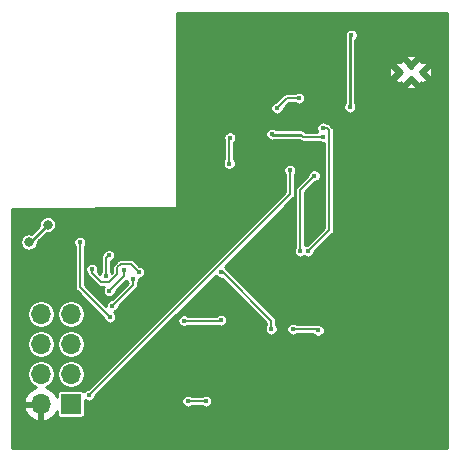
<source format=gbr>
%TF.GenerationSoftware,KiCad,Pcbnew,(5.1.9)-1*%
%TF.CreationDate,2021-02-10T20:47:27+02:00*%
%TF.ProjectId,RVP_saatja,5256505f-7361-4617-946a-612e6b696361,rev?*%
%TF.SameCoordinates,Original*%
%TF.FileFunction,Copper,L2,Bot*%
%TF.FilePolarity,Positive*%
%FSLAX46Y46*%
G04 Gerber Fmt 4.6, Leading zero omitted, Abs format (unit mm)*
G04 Created by KiCad (PCBNEW (5.1.9)-1) date 2021-02-10 20:47:27*
%MOMM*%
%LPD*%
G01*
G04 APERTURE LIST*
%TA.AperFunction,ComponentPad*%
%ADD10O,1.700000X1.700000*%
%TD*%
%TA.AperFunction,ComponentPad*%
%ADD11R,1.700000X1.700000*%
%TD*%
%TA.AperFunction,ComponentPad*%
%ADD12C,0.500000*%
%TD*%
%TA.AperFunction,ViaPad*%
%ADD13C,0.450000*%
%TD*%
%TA.AperFunction,ViaPad*%
%ADD14C,0.800000*%
%TD*%
%TA.AperFunction,Conductor*%
%ADD15C,0.200000*%
%TD*%
%TA.AperFunction,Conductor*%
%ADD16C,0.250000*%
%TD*%
%TA.AperFunction,Conductor*%
%ADD17C,0.254000*%
%TD*%
%TA.AperFunction,Conductor*%
%ADD18C,0.100000*%
%TD*%
G04 APERTURE END LIST*
D10*
%TO.P,J2,8*%
%TO.N,Net-(J2-Pad8)*%
X120904000Y-83058000D03*
%TO.P,J2,7*%
%TO.N,MOSI*%
X123444000Y-83058000D03*
%TO.P,J2,6*%
%TO.N,PROG_RESET*%
X120904000Y-85598000D03*
%TO.P,J2,5*%
%TO.N,MISO*%
X123444000Y-85598000D03*
%TO.P,J2,4*%
%TO.N,PROG_RESET*%
X120904000Y-88138000D03*
%TO.P,J2,3*%
%TO.N,SCK*%
X123444000Y-88138000D03*
%TO.P,J2,2*%
%TO.N,GND*%
X120904000Y-90678000D03*
D11*
%TO.P,J2,1*%
%TO.N,VCC_FTDI*%
X123444000Y-90678000D03*
%TD*%
D12*
%TO.P,U1,11*%
%TO.N,GND*%
X153162000Y-62574000D03*
X152212000Y-63149000D03*
X152212000Y-61999000D03*
X151262000Y-62574000D03*
%TD*%
D13*
%TO.N,GND*%
X139282000Y-61270000D03*
X141478000Y-66548000D03*
X141986000Y-67056000D03*
X140716000Y-66802000D03*
X149606000Y-77724000D03*
X150606000Y-77724000D03*
X151606000Y-77724000D03*
X152606000Y-77724000D03*
X153606000Y-77724000D03*
X149606000Y-78724000D03*
X150606000Y-78724000D03*
X151606000Y-78724000D03*
X152606000Y-78724000D03*
X153606000Y-78724000D03*
X149606000Y-79724000D03*
X150606000Y-79724000D03*
X151606000Y-79724000D03*
X152606000Y-79724000D03*
X153606000Y-79724000D03*
X149606000Y-80724000D03*
X150606000Y-80724000D03*
X151606000Y-80724000D03*
X152606000Y-80724000D03*
X153606000Y-80724000D03*
X149606000Y-81724000D03*
X150606000Y-81724000D03*
X151606000Y-81724000D03*
X152606000Y-81724000D03*
X153606000Y-81724000D03*
X149860000Y-93154000D03*
X150860000Y-93154000D03*
X151860000Y-93154000D03*
X152860000Y-91154000D03*
X152860000Y-89154000D03*
X153860000Y-89154000D03*
X153860000Y-91154000D03*
X149860000Y-92154000D03*
X149860000Y-90154000D03*
X153860000Y-92154000D03*
X153860000Y-90154000D03*
X151860000Y-91154000D03*
X151860000Y-92154000D03*
X152860000Y-93154000D03*
X153860000Y-93154000D03*
X149860000Y-89154000D03*
X151860000Y-89154000D03*
X150860000Y-90154000D03*
X150860000Y-89154000D03*
X151860000Y-90154000D03*
X152860000Y-90154000D03*
X149860000Y-91154000D03*
X150860000Y-91154000D03*
X150860000Y-92154000D03*
X152860000Y-92154000D03*
X130492000Y-90916000D03*
X127492000Y-89916000D03*
X130492000Y-93916000D03*
X126492000Y-92916000D03*
X126492000Y-91916000D03*
X128492000Y-92916000D03*
X129492000Y-93916000D03*
X129492000Y-90916000D03*
X128492000Y-91916000D03*
X127492000Y-91916000D03*
X127492000Y-93916000D03*
X129492000Y-91916000D03*
X130492000Y-89916000D03*
X130492000Y-92916000D03*
X128492000Y-89916000D03*
X129492000Y-89916000D03*
X126492000Y-90916000D03*
X127492000Y-90916000D03*
X126492000Y-93916000D03*
X128492000Y-93916000D03*
X129492000Y-92916000D03*
X130492000Y-91916000D03*
X126492000Y-89916000D03*
X128492000Y-90916000D03*
X127492000Y-92916000D03*
X134302000Y-75946000D03*
X134302000Y-74946000D03*
X134302000Y-73946000D03*
X133302000Y-75946000D03*
X133302000Y-71946000D03*
X133302000Y-73946000D03*
X134302000Y-72946000D03*
X134302000Y-71946000D03*
X133302000Y-74946000D03*
X133302000Y-72946000D03*
X143764000Y-61706000D03*
X143764000Y-60706000D03*
X144764000Y-61706000D03*
X144764000Y-60706000D03*
X134604000Y-61452000D03*
X133604000Y-61452000D03*
X133604000Y-60452000D03*
X134604000Y-60452000D03*
%TO.N,MISO*%
X126943575Y-82352425D03*
X128669475Y-80118525D03*
%TO.N,MOSI*%
X126676550Y-81095450D03*
X127907475Y-79356525D03*
%TO.N,SCK*%
X126409525Y-79838475D03*
X126637475Y-78086525D03*
%TO.N,CE*%
X126746000Y-83312000D03*
X124206000Y-76962000D03*
%TO.N,Net-(C7-Pad1)*%
X140889519Y-65612481D03*
X142748000Y-64770000D03*
%TO.N,VCC_FTDI*%
X144773406Y-68042459D03*
X124968000Y-89916000D03*
X141986000Y-70866000D03*
X147066000Y-65532000D03*
X147190000Y-59436000D03*
X140462000Y-67818000D03*
%TO.N,RX*%
X144771701Y-67301701D03*
X143510000Y-77724000D03*
%TO.N,TX*%
X144054482Y-71337518D03*
X142859997Y-77724000D03*
%TO.N,Net-(FB1-Pad2)*%
X136847107Y-70319001D03*
X136906000Y-68118000D03*
%TO.N,VCC*%
X142240000Y-84328000D03*
X144386000Y-84444000D03*
X125222000Y-79248000D03*
X129194475Y-79502000D03*
X134874000Y-90424000D03*
X133350000Y-90424000D03*
D14*
X119888000Y-76962000D03*
X121474000Y-75486000D03*
D13*
X140402000Y-84328000D03*
X136144000Y-79502000D03*
%TO.N,Net-(C15-Pad2)*%
X133008501Y-83619238D03*
X136144000Y-83566000D03*
%TD*%
D15*
%TO.N,MISO*%
X128669475Y-80626525D02*
X128669475Y-80118525D01*
X126943575Y-82352425D02*
X128669475Y-80626525D01*
%TO.N,MOSI*%
X127907475Y-79864525D02*
X127907475Y-79356525D01*
X126676550Y-81095450D02*
X127907475Y-79864525D01*
%TO.N,SCK*%
X126409525Y-78314475D02*
X126637475Y-78086525D01*
X126409525Y-79838475D02*
X126409525Y-78314475D01*
%TO.N,CE*%
X124206000Y-80772000D02*
X124206000Y-76962000D01*
X126746000Y-83312000D02*
X124206000Y-80772000D01*
%TO.N,Net-(C7-Pad1)*%
X141732000Y-64770000D02*
X142748000Y-64770000D01*
X140889519Y-65612481D02*
X141732000Y-64770000D01*
%TO.N,VCC_FTDI*%
X143094662Y-68042459D02*
X142921201Y-67868998D01*
X141986000Y-72898000D02*
X141986000Y-70866000D01*
X124968000Y-89916000D02*
X141986000Y-72898000D01*
D16*
X147066000Y-59560000D02*
X147190000Y-59436000D01*
X147066000Y-65532000D02*
X147066000Y-59560000D01*
D15*
X144773406Y-68042459D02*
X143285541Y-68042459D01*
X143285541Y-68042459D02*
X143094662Y-68042459D01*
D16*
X140512998Y-67868998D02*
X140462000Y-67818000D01*
X142921201Y-67868998D02*
X140512998Y-67868998D01*
D15*
%TO.N,RX*%
X145298407Y-75935593D02*
X143510000Y-77724000D01*
X145298407Y-67510209D02*
X145298407Y-75935593D01*
X145089899Y-67301701D02*
X145298407Y-67510209D01*
X144771701Y-67301701D02*
X145089899Y-67301701D01*
%TO.N,TX*%
X142859997Y-72532003D02*
X142859997Y-77724000D01*
X144054482Y-71337518D02*
X142859997Y-72532003D01*
%TO.N,Net-(FB1-Pad2)*%
X136847107Y-68176893D02*
X136906000Y-68118000D01*
X136847107Y-70319001D02*
X136847107Y-68176893D01*
%TO.N,VCC*%
X144270000Y-84328000D02*
X144386000Y-84444000D01*
X142240000Y-84328000D02*
X144270000Y-84328000D01*
X128523999Y-78831524D02*
X129194475Y-79502000D01*
X127655474Y-78831524D02*
X128523999Y-78831524D01*
X127382474Y-79642528D02*
X127382474Y-79104524D01*
X126661526Y-80363476D02*
X127382474Y-79642528D01*
X126019278Y-80363476D02*
X126661526Y-80363476D01*
X127382474Y-79104524D02*
X127655474Y-78831524D01*
X125222000Y-79566198D02*
X126019278Y-80363476D01*
X125222000Y-79248000D02*
X125222000Y-79566198D01*
X134874000Y-90424000D02*
X133350000Y-90424000D01*
D16*
X119998000Y-76962000D02*
X121474000Y-75486000D01*
X119888000Y-76962000D02*
X119998000Y-76962000D01*
D15*
X140402000Y-84328000D02*
X140402000Y-83626000D01*
X136278000Y-79502000D02*
X136144000Y-79502000D01*
X140402000Y-83626000D02*
X136278000Y-79502000D01*
%TO.N,Net-(C15-Pad2)*%
X136090762Y-83619238D02*
X136144000Y-83566000D01*
X133008501Y-83619238D02*
X136090762Y-83619238D01*
%TD*%
D17*
%TO.N,GND*%
X155321000Y-94361000D02*
X118491000Y-94361000D01*
X118491000Y-91034890D01*
X119462524Y-91034890D01*
X119507175Y-91182099D01*
X119632359Y-91444920D01*
X119806412Y-91678269D01*
X120022645Y-91873178D01*
X120272748Y-92022157D01*
X120547109Y-92119481D01*
X120777000Y-91998814D01*
X120777000Y-90805000D01*
X119583845Y-90805000D01*
X119462524Y-91034890D01*
X118491000Y-91034890D01*
X118491000Y-90321110D01*
X119462524Y-90321110D01*
X119583845Y-90551000D01*
X120777000Y-90551000D01*
X120777000Y-90531000D01*
X121031000Y-90531000D01*
X121031000Y-90551000D01*
X121051000Y-90551000D01*
X121051000Y-90805000D01*
X121031000Y-90805000D01*
X121031000Y-91998814D01*
X121260891Y-92119481D01*
X121535252Y-92022157D01*
X121785355Y-91873178D01*
X122001588Y-91678269D01*
X122175641Y-91444920D01*
X122265418Y-91256435D01*
X122265418Y-91528000D01*
X122271732Y-91592103D01*
X122290430Y-91653743D01*
X122320794Y-91710550D01*
X122361657Y-91760343D01*
X122411450Y-91801206D01*
X122468257Y-91831570D01*
X122529897Y-91850268D01*
X122594000Y-91856582D01*
X124294000Y-91856582D01*
X124358103Y-91850268D01*
X124419743Y-91831570D01*
X124476550Y-91801206D01*
X124526343Y-91760343D01*
X124567206Y-91710550D01*
X124597570Y-91653743D01*
X124616268Y-91592103D01*
X124622582Y-91528000D01*
X124622582Y-90349084D01*
X124706530Y-90405176D01*
X124806988Y-90446787D01*
X124913633Y-90468000D01*
X125022367Y-90468000D01*
X125129012Y-90446787D01*
X125229470Y-90405176D01*
X125282663Y-90369633D01*
X132798000Y-90369633D01*
X132798000Y-90478367D01*
X132819213Y-90585012D01*
X132860824Y-90685470D01*
X132921234Y-90775880D01*
X132998120Y-90852766D01*
X133088530Y-90913176D01*
X133188988Y-90954787D01*
X133295633Y-90976000D01*
X133404367Y-90976000D01*
X133511012Y-90954787D01*
X133611470Y-90913176D01*
X133701880Y-90852766D01*
X133703646Y-90851000D01*
X134520354Y-90851000D01*
X134522120Y-90852766D01*
X134612530Y-90913176D01*
X134712988Y-90954787D01*
X134819633Y-90976000D01*
X134928367Y-90976000D01*
X135035012Y-90954787D01*
X135135470Y-90913176D01*
X135225880Y-90852766D01*
X135302766Y-90775880D01*
X135363176Y-90685470D01*
X135404787Y-90585012D01*
X135426000Y-90478367D01*
X135426000Y-90369633D01*
X135404787Y-90262988D01*
X135363176Y-90162530D01*
X135302766Y-90072120D01*
X135225880Y-89995234D01*
X135135470Y-89934824D01*
X135035012Y-89893213D01*
X134928367Y-89872000D01*
X134819633Y-89872000D01*
X134712988Y-89893213D01*
X134612530Y-89934824D01*
X134522120Y-89995234D01*
X134520354Y-89997000D01*
X133703646Y-89997000D01*
X133701880Y-89995234D01*
X133611470Y-89934824D01*
X133511012Y-89893213D01*
X133404367Y-89872000D01*
X133295633Y-89872000D01*
X133188988Y-89893213D01*
X133088530Y-89934824D01*
X132998120Y-89995234D01*
X132921234Y-90072120D01*
X132860824Y-90162530D01*
X132819213Y-90262988D01*
X132798000Y-90369633D01*
X125282663Y-90369633D01*
X125319880Y-90344766D01*
X125396766Y-90267880D01*
X125457176Y-90177470D01*
X125498787Y-90077012D01*
X125520000Y-89970367D01*
X125520000Y-89967868D01*
X131922997Y-83564871D01*
X132456501Y-83564871D01*
X132456501Y-83673605D01*
X132477714Y-83780250D01*
X132519325Y-83880708D01*
X132579735Y-83971118D01*
X132656621Y-84048004D01*
X132747031Y-84108414D01*
X132847489Y-84150025D01*
X132954134Y-84171238D01*
X133062868Y-84171238D01*
X133169513Y-84150025D01*
X133269971Y-84108414D01*
X133360381Y-84048004D01*
X133362147Y-84046238D01*
X135869153Y-84046238D01*
X135882530Y-84055176D01*
X135982988Y-84096787D01*
X136089633Y-84118000D01*
X136198367Y-84118000D01*
X136305012Y-84096787D01*
X136405470Y-84055176D01*
X136495880Y-83994766D01*
X136572766Y-83917880D01*
X136633176Y-83827470D01*
X136674787Y-83727012D01*
X136696000Y-83620367D01*
X136696000Y-83511633D01*
X136674787Y-83404988D01*
X136633176Y-83304530D01*
X136572766Y-83214120D01*
X136495880Y-83137234D01*
X136405470Y-83076824D01*
X136305012Y-83035213D01*
X136198367Y-83014000D01*
X136089633Y-83014000D01*
X135982988Y-83035213D01*
X135882530Y-83076824D01*
X135792120Y-83137234D01*
X135737116Y-83192238D01*
X133362147Y-83192238D01*
X133360381Y-83190472D01*
X133269971Y-83130062D01*
X133169513Y-83088451D01*
X133062868Y-83067238D01*
X132954134Y-83067238D01*
X132847489Y-83088451D01*
X132747031Y-83130062D01*
X132656621Y-83190472D01*
X132579735Y-83267358D01*
X132519325Y-83357768D01*
X132477714Y-83458226D01*
X132456501Y-83564871D01*
X131922997Y-83564871D01*
X135682692Y-79805177D01*
X135715234Y-79853880D01*
X135792120Y-79930766D01*
X135882530Y-79991176D01*
X135982988Y-80032787D01*
X136089633Y-80054000D01*
X136198367Y-80054000D01*
X136221525Y-80049394D01*
X139975001Y-83802870D01*
X139975001Y-83974353D01*
X139973234Y-83976120D01*
X139912824Y-84066530D01*
X139871213Y-84166988D01*
X139850000Y-84273633D01*
X139850000Y-84382367D01*
X139871213Y-84489012D01*
X139912824Y-84589470D01*
X139973234Y-84679880D01*
X140050120Y-84756766D01*
X140140530Y-84817176D01*
X140240988Y-84858787D01*
X140347633Y-84880000D01*
X140456367Y-84880000D01*
X140563012Y-84858787D01*
X140663470Y-84817176D01*
X140753880Y-84756766D01*
X140830766Y-84679880D01*
X140891176Y-84589470D01*
X140932787Y-84489012D01*
X140954000Y-84382367D01*
X140954000Y-84273633D01*
X141688000Y-84273633D01*
X141688000Y-84382367D01*
X141709213Y-84489012D01*
X141750824Y-84589470D01*
X141811234Y-84679880D01*
X141888120Y-84756766D01*
X141978530Y-84817176D01*
X142078988Y-84858787D01*
X142185633Y-84880000D01*
X142294367Y-84880000D01*
X142401012Y-84858787D01*
X142501470Y-84817176D01*
X142591880Y-84756766D01*
X142593646Y-84755000D01*
X143929919Y-84755000D01*
X143957234Y-84795880D01*
X144034120Y-84872766D01*
X144124530Y-84933176D01*
X144224988Y-84974787D01*
X144331633Y-84996000D01*
X144440367Y-84996000D01*
X144547012Y-84974787D01*
X144647470Y-84933176D01*
X144737880Y-84872766D01*
X144814766Y-84795880D01*
X144875176Y-84705470D01*
X144916787Y-84605012D01*
X144938000Y-84498367D01*
X144938000Y-84389633D01*
X144916787Y-84282988D01*
X144875176Y-84182530D01*
X144814766Y-84092120D01*
X144737880Y-84015234D01*
X144647470Y-83954824D01*
X144547012Y-83913213D01*
X144440367Y-83892000D01*
X144331633Y-83892000D01*
X144287904Y-83900698D01*
X144270000Y-83898935D01*
X144249033Y-83901000D01*
X142593646Y-83901000D01*
X142591880Y-83899234D01*
X142501470Y-83838824D01*
X142401012Y-83797213D01*
X142294367Y-83776000D01*
X142185633Y-83776000D01*
X142078988Y-83797213D01*
X141978530Y-83838824D01*
X141888120Y-83899234D01*
X141811234Y-83976120D01*
X141750824Y-84066530D01*
X141709213Y-84166988D01*
X141688000Y-84273633D01*
X140954000Y-84273633D01*
X140932787Y-84166988D01*
X140891176Y-84066530D01*
X140830766Y-83976120D01*
X140829000Y-83974354D01*
X140829000Y-83646967D01*
X140831065Y-83626000D01*
X140829000Y-83605033D01*
X140829000Y-83605022D01*
X140822822Y-83542293D01*
X140798405Y-83461804D01*
X140789176Y-83444538D01*
X140758756Y-83387623D01*
X140718768Y-83338899D01*
X140718764Y-83338895D01*
X140705395Y-83322605D01*
X140689105Y-83309236D01*
X136642211Y-79262343D01*
X136633176Y-79240530D01*
X136572766Y-79150120D01*
X136495880Y-79073234D01*
X136447177Y-79040692D01*
X142273107Y-73214762D01*
X142289395Y-73201395D01*
X142302764Y-73185105D01*
X142302767Y-73185102D01*
X142342755Y-73136377D01*
X142382404Y-73062197D01*
X142382405Y-73062196D01*
X142406822Y-72981707D01*
X142413000Y-72918978D01*
X142413000Y-72918966D01*
X142415065Y-72898001D01*
X142413000Y-72877036D01*
X142413000Y-71219646D01*
X142414766Y-71217880D01*
X142475176Y-71127470D01*
X142516787Y-71027012D01*
X142538000Y-70920367D01*
X142538000Y-70811633D01*
X142516787Y-70704988D01*
X142475176Y-70604530D01*
X142414766Y-70514120D01*
X142337880Y-70437234D01*
X142247470Y-70376824D01*
X142147012Y-70335213D01*
X142040367Y-70314000D01*
X141931633Y-70314000D01*
X141824988Y-70335213D01*
X141724530Y-70376824D01*
X141634120Y-70437234D01*
X141557234Y-70514120D01*
X141496824Y-70604530D01*
X141455213Y-70704988D01*
X141434000Y-70811633D01*
X141434000Y-70920367D01*
X141455213Y-71027012D01*
X141496824Y-71127470D01*
X141557234Y-71217880D01*
X141559001Y-71219647D01*
X141559000Y-72721131D01*
X124916132Y-89364000D01*
X124913633Y-89364000D01*
X124806988Y-89385213D01*
X124706530Y-89426824D01*
X124616120Y-89487234D01*
X124539234Y-89564120D01*
X124521059Y-89591321D01*
X124476550Y-89554794D01*
X124419743Y-89524430D01*
X124358103Y-89505732D01*
X124294000Y-89499418D01*
X122594000Y-89499418D01*
X122529897Y-89505732D01*
X122468257Y-89524430D01*
X122411450Y-89554794D01*
X122361657Y-89595657D01*
X122320794Y-89645450D01*
X122290430Y-89702257D01*
X122271732Y-89763897D01*
X122265418Y-89828000D01*
X122265418Y-90099565D01*
X122175641Y-89911080D01*
X122001588Y-89677731D01*
X121785355Y-89482822D01*
X121535252Y-89333843D01*
X121296821Y-89249264D01*
X121461519Y-89181044D01*
X121654294Y-89052236D01*
X121818236Y-88888294D01*
X121947044Y-88695519D01*
X122035769Y-88481318D01*
X122081000Y-88253924D01*
X122081000Y-88022076D01*
X122267000Y-88022076D01*
X122267000Y-88253924D01*
X122312231Y-88481318D01*
X122400956Y-88695519D01*
X122529764Y-88888294D01*
X122693706Y-89052236D01*
X122886481Y-89181044D01*
X123100682Y-89269769D01*
X123328076Y-89315000D01*
X123559924Y-89315000D01*
X123787318Y-89269769D01*
X124001519Y-89181044D01*
X124194294Y-89052236D01*
X124358236Y-88888294D01*
X124487044Y-88695519D01*
X124575769Y-88481318D01*
X124621000Y-88253924D01*
X124621000Y-88022076D01*
X124575769Y-87794682D01*
X124487044Y-87580481D01*
X124358236Y-87387706D01*
X124194294Y-87223764D01*
X124001519Y-87094956D01*
X123787318Y-87006231D01*
X123559924Y-86961000D01*
X123328076Y-86961000D01*
X123100682Y-87006231D01*
X122886481Y-87094956D01*
X122693706Y-87223764D01*
X122529764Y-87387706D01*
X122400956Y-87580481D01*
X122312231Y-87794682D01*
X122267000Y-88022076D01*
X122081000Y-88022076D01*
X122035769Y-87794682D01*
X121947044Y-87580481D01*
X121818236Y-87387706D01*
X121654294Y-87223764D01*
X121461519Y-87094956D01*
X121247318Y-87006231D01*
X121019924Y-86961000D01*
X120788076Y-86961000D01*
X120560682Y-87006231D01*
X120346481Y-87094956D01*
X120153706Y-87223764D01*
X119989764Y-87387706D01*
X119860956Y-87580481D01*
X119772231Y-87794682D01*
X119727000Y-88022076D01*
X119727000Y-88253924D01*
X119772231Y-88481318D01*
X119860956Y-88695519D01*
X119989764Y-88888294D01*
X120153706Y-89052236D01*
X120346481Y-89181044D01*
X120511179Y-89249264D01*
X120272748Y-89333843D01*
X120022645Y-89482822D01*
X119806412Y-89677731D01*
X119632359Y-89911080D01*
X119507175Y-90173901D01*
X119462524Y-90321110D01*
X118491000Y-90321110D01*
X118491000Y-85482076D01*
X119727000Y-85482076D01*
X119727000Y-85713924D01*
X119772231Y-85941318D01*
X119860956Y-86155519D01*
X119989764Y-86348294D01*
X120153706Y-86512236D01*
X120346481Y-86641044D01*
X120560682Y-86729769D01*
X120788076Y-86775000D01*
X121019924Y-86775000D01*
X121247318Y-86729769D01*
X121461519Y-86641044D01*
X121654294Y-86512236D01*
X121818236Y-86348294D01*
X121947044Y-86155519D01*
X122035769Y-85941318D01*
X122081000Y-85713924D01*
X122081000Y-85482076D01*
X122267000Y-85482076D01*
X122267000Y-85713924D01*
X122312231Y-85941318D01*
X122400956Y-86155519D01*
X122529764Y-86348294D01*
X122693706Y-86512236D01*
X122886481Y-86641044D01*
X123100682Y-86729769D01*
X123328076Y-86775000D01*
X123559924Y-86775000D01*
X123787318Y-86729769D01*
X124001519Y-86641044D01*
X124194294Y-86512236D01*
X124358236Y-86348294D01*
X124487044Y-86155519D01*
X124575769Y-85941318D01*
X124621000Y-85713924D01*
X124621000Y-85482076D01*
X124575769Y-85254682D01*
X124487044Y-85040481D01*
X124358236Y-84847706D01*
X124194294Y-84683764D01*
X124001519Y-84554956D01*
X123787318Y-84466231D01*
X123559924Y-84421000D01*
X123328076Y-84421000D01*
X123100682Y-84466231D01*
X122886481Y-84554956D01*
X122693706Y-84683764D01*
X122529764Y-84847706D01*
X122400956Y-85040481D01*
X122312231Y-85254682D01*
X122267000Y-85482076D01*
X122081000Y-85482076D01*
X122035769Y-85254682D01*
X121947044Y-85040481D01*
X121818236Y-84847706D01*
X121654294Y-84683764D01*
X121461519Y-84554956D01*
X121247318Y-84466231D01*
X121019924Y-84421000D01*
X120788076Y-84421000D01*
X120560682Y-84466231D01*
X120346481Y-84554956D01*
X120153706Y-84683764D01*
X119989764Y-84847706D01*
X119860956Y-85040481D01*
X119772231Y-85254682D01*
X119727000Y-85482076D01*
X118491000Y-85482076D01*
X118491000Y-82942076D01*
X119727000Y-82942076D01*
X119727000Y-83173924D01*
X119772231Y-83401318D01*
X119860956Y-83615519D01*
X119989764Y-83808294D01*
X120153706Y-83972236D01*
X120346481Y-84101044D01*
X120560682Y-84189769D01*
X120788076Y-84235000D01*
X121019924Y-84235000D01*
X121247318Y-84189769D01*
X121461519Y-84101044D01*
X121654294Y-83972236D01*
X121818236Y-83808294D01*
X121947044Y-83615519D01*
X122035769Y-83401318D01*
X122081000Y-83173924D01*
X122081000Y-82942076D01*
X122267000Y-82942076D01*
X122267000Y-83173924D01*
X122312231Y-83401318D01*
X122400956Y-83615519D01*
X122529764Y-83808294D01*
X122693706Y-83972236D01*
X122886481Y-84101044D01*
X123100682Y-84189769D01*
X123328076Y-84235000D01*
X123559924Y-84235000D01*
X123787318Y-84189769D01*
X124001519Y-84101044D01*
X124194294Y-83972236D01*
X124358236Y-83808294D01*
X124487044Y-83615519D01*
X124575769Y-83401318D01*
X124621000Y-83173924D01*
X124621000Y-82942076D01*
X124575769Y-82714682D01*
X124487044Y-82500481D01*
X124358236Y-82307706D01*
X124194294Y-82143764D01*
X124001519Y-82014956D01*
X123787318Y-81926231D01*
X123559924Y-81881000D01*
X123328076Y-81881000D01*
X123100682Y-81926231D01*
X122886481Y-82014956D01*
X122693706Y-82143764D01*
X122529764Y-82307706D01*
X122400956Y-82500481D01*
X122312231Y-82714682D01*
X122267000Y-82942076D01*
X122081000Y-82942076D01*
X122035769Y-82714682D01*
X121947044Y-82500481D01*
X121818236Y-82307706D01*
X121654294Y-82143764D01*
X121461519Y-82014956D01*
X121247318Y-81926231D01*
X121019924Y-81881000D01*
X120788076Y-81881000D01*
X120560682Y-81926231D01*
X120346481Y-82014956D01*
X120153706Y-82143764D01*
X119989764Y-82307706D01*
X119860956Y-82500481D01*
X119772231Y-82714682D01*
X119727000Y-82942076D01*
X118491000Y-82942076D01*
X118491000Y-76890397D01*
X119161000Y-76890397D01*
X119161000Y-77033603D01*
X119188938Y-77174058D01*
X119243741Y-77306364D01*
X119323302Y-77425436D01*
X119424564Y-77526698D01*
X119543636Y-77606259D01*
X119675942Y-77661062D01*
X119816397Y-77689000D01*
X119959603Y-77689000D01*
X120100058Y-77661062D01*
X120232364Y-77606259D01*
X120351436Y-77526698D01*
X120452698Y-77425436D01*
X120532259Y-77306364D01*
X120587062Y-77174058D01*
X120615000Y-77033603D01*
X120615000Y-76984223D01*
X120691590Y-76907633D01*
X123654000Y-76907633D01*
X123654000Y-77016367D01*
X123675213Y-77123012D01*
X123716824Y-77223470D01*
X123777234Y-77313880D01*
X123779001Y-77315647D01*
X123779000Y-80751033D01*
X123776935Y-80772000D01*
X123779000Y-80792967D01*
X123779000Y-80792977D01*
X123785178Y-80855706D01*
X123809595Y-80936195D01*
X123809596Y-80936196D01*
X123849245Y-81010376D01*
X123874446Y-81041083D01*
X123902605Y-81075395D01*
X123918900Y-81088768D01*
X126194000Y-83363869D01*
X126194000Y-83366367D01*
X126215213Y-83473012D01*
X126256824Y-83573470D01*
X126317234Y-83663880D01*
X126394120Y-83740766D01*
X126484530Y-83801176D01*
X126584988Y-83842787D01*
X126691633Y-83864000D01*
X126800367Y-83864000D01*
X126907012Y-83842787D01*
X127007470Y-83801176D01*
X127097880Y-83740766D01*
X127174766Y-83663880D01*
X127235176Y-83573470D01*
X127276787Y-83473012D01*
X127298000Y-83366367D01*
X127298000Y-83257633D01*
X127276787Y-83150988D01*
X127235176Y-83050530D01*
X127174766Y-82960120D01*
X127098974Y-82884328D01*
X127104587Y-82883212D01*
X127205045Y-82841601D01*
X127295455Y-82781191D01*
X127372341Y-82704305D01*
X127432751Y-82613895D01*
X127474362Y-82513437D01*
X127495575Y-82406792D01*
X127495575Y-82404293D01*
X128956587Y-80943283D01*
X128972870Y-80929920D01*
X128986234Y-80913636D01*
X128986243Y-80913627D01*
X129026230Y-80864902D01*
X129056457Y-80808350D01*
X129065880Y-80790721D01*
X129090297Y-80710232D01*
X129096475Y-80647503D01*
X129096475Y-80647493D01*
X129098540Y-80626526D01*
X129096475Y-80605559D01*
X129096475Y-80472171D01*
X129098241Y-80470405D01*
X129158651Y-80379995D01*
X129200262Y-80279537D01*
X129221475Y-80172892D01*
X129221475Y-80064158D01*
X129219454Y-80054000D01*
X129248842Y-80054000D01*
X129355487Y-80032787D01*
X129455945Y-79991176D01*
X129546355Y-79930766D01*
X129623241Y-79853880D01*
X129683651Y-79763470D01*
X129725262Y-79663012D01*
X129746475Y-79556367D01*
X129746475Y-79447633D01*
X129725262Y-79340988D01*
X129683651Y-79240530D01*
X129623241Y-79150120D01*
X129546355Y-79073234D01*
X129455945Y-79012824D01*
X129355487Y-78971213D01*
X129248842Y-78950000D01*
X129246344Y-78950000D01*
X128840767Y-78544424D01*
X128827394Y-78528129D01*
X128762375Y-78474769D01*
X128688195Y-78435119D01*
X128607706Y-78410702D01*
X128544977Y-78404524D01*
X128544966Y-78404524D01*
X128523999Y-78402459D01*
X128503032Y-78404524D01*
X127676438Y-78404524D01*
X127655473Y-78402459D01*
X127634508Y-78404524D01*
X127634496Y-78404524D01*
X127571767Y-78410702D01*
X127491278Y-78435119D01*
X127456747Y-78453576D01*
X127417097Y-78474769D01*
X127368373Y-78514756D01*
X127368369Y-78514760D01*
X127352079Y-78528129D01*
X127338710Y-78544419D01*
X127095369Y-78787761D01*
X127079080Y-78801129D01*
X127065711Y-78817419D01*
X127065706Y-78817424D01*
X127025719Y-78866148D01*
X126992788Y-78927759D01*
X126986070Y-78940328D01*
X126965049Y-79009624D01*
X126961653Y-79020818D01*
X126953409Y-79104524D01*
X126955475Y-79125501D01*
X126955474Y-79465659D01*
X126876842Y-79544291D01*
X126838291Y-79486595D01*
X126836525Y-79484829D01*
X126836525Y-78601556D01*
X126898945Y-78575701D01*
X126989355Y-78515291D01*
X127066241Y-78438405D01*
X127126651Y-78347995D01*
X127168262Y-78247537D01*
X127189475Y-78140892D01*
X127189475Y-78032158D01*
X127168262Y-77925513D01*
X127126651Y-77825055D01*
X127066241Y-77734645D01*
X126989355Y-77657759D01*
X126898945Y-77597349D01*
X126798487Y-77555738D01*
X126691842Y-77534525D01*
X126583108Y-77534525D01*
X126476463Y-77555738D01*
X126376005Y-77597349D01*
X126285595Y-77657759D01*
X126208709Y-77734645D01*
X126148299Y-77825055D01*
X126106688Y-77925513D01*
X126085475Y-78032158D01*
X126085475Y-78036248D01*
X126052770Y-78076099D01*
X126029089Y-78120405D01*
X126013121Y-78150279D01*
X125988704Y-78230768D01*
X125984249Y-78276000D01*
X125980460Y-78314475D01*
X125982526Y-78335452D01*
X125982525Y-79484829D01*
X125980759Y-79486595D01*
X125920349Y-79577005D01*
X125895842Y-79636171D01*
X125728153Y-79468483D01*
X125752787Y-79409012D01*
X125774000Y-79302367D01*
X125774000Y-79193633D01*
X125752787Y-79086988D01*
X125711176Y-78986530D01*
X125650766Y-78896120D01*
X125573880Y-78819234D01*
X125483470Y-78758824D01*
X125383012Y-78717213D01*
X125276367Y-78696000D01*
X125167633Y-78696000D01*
X125060988Y-78717213D01*
X124960530Y-78758824D01*
X124870120Y-78819234D01*
X124793234Y-78896120D01*
X124732824Y-78986530D01*
X124691213Y-79086988D01*
X124670000Y-79193633D01*
X124670000Y-79302367D01*
X124691213Y-79409012D01*
X124732824Y-79509470D01*
X124793234Y-79599880D01*
X124796581Y-79603227D01*
X124801178Y-79649905D01*
X124823086Y-79722120D01*
X124825596Y-79730394D01*
X124865245Y-79804574D01*
X124905232Y-79853298D01*
X124905237Y-79853303D01*
X124918606Y-79869593D01*
X124934895Y-79882961D01*
X125702519Y-80650587D01*
X125715883Y-80666871D01*
X125732167Y-80680235D01*
X125732176Y-80680244D01*
X125780901Y-80720231D01*
X125820551Y-80741424D01*
X125855082Y-80759881D01*
X125935571Y-80784298D01*
X125998300Y-80790476D01*
X125998312Y-80790476D01*
X126019277Y-80792541D01*
X126040242Y-80790476D01*
X126216442Y-80790476D01*
X126187374Y-80833980D01*
X126145763Y-80934438D01*
X126124550Y-81041083D01*
X126124550Y-81149817D01*
X126145763Y-81256462D01*
X126187374Y-81356920D01*
X126247784Y-81447330D01*
X126324670Y-81524216D01*
X126415080Y-81584626D01*
X126515538Y-81626237D01*
X126622183Y-81647450D01*
X126730917Y-81647450D01*
X126837562Y-81626237D01*
X126938020Y-81584626D01*
X127028430Y-81524216D01*
X127105316Y-81447330D01*
X127165726Y-81356920D01*
X127207337Y-81256462D01*
X127228550Y-81149817D01*
X127228550Y-81147318D01*
X128131661Y-80244208D01*
X128138688Y-80279537D01*
X128180299Y-80379995D01*
X128233105Y-80459025D01*
X126891707Y-81800425D01*
X126889208Y-81800425D01*
X126782563Y-81821638D01*
X126682105Y-81863249D01*
X126591695Y-81923659D01*
X126514809Y-82000545D01*
X126454399Y-82090955D01*
X126412788Y-82191413D01*
X126391575Y-82298058D01*
X126391575Y-82353706D01*
X124633000Y-80595132D01*
X124633000Y-77315646D01*
X124634766Y-77313880D01*
X124695176Y-77223470D01*
X124736787Y-77123012D01*
X124758000Y-77016367D01*
X124758000Y-76907633D01*
X124736787Y-76800988D01*
X124695176Y-76700530D01*
X124634766Y-76610120D01*
X124557880Y-76533234D01*
X124467470Y-76472824D01*
X124367012Y-76431213D01*
X124260367Y-76410000D01*
X124151633Y-76410000D01*
X124044988Y-76431213D01*
X123944530Y-76472824D01*
X123854120Y-76533234D01*
X123777234Y-76610120D01*
X123716824Y-76700530D01*
X123675213Y-76800988D01*
X123654000Y-76907633D01*
X120691590Y-76907633D01*
X121388908Y-76210317D01*
X121402397Y-76213000D01*
X121545603Y-76213000D01*
X121686058Y-76185062D01*
X121818364Y-76130259D01*
X121937436Y-76050698D01*
X122038698Y-75949436D01*
X122118259Y-75830364D01*
X122173062Y-75698058D01*
X122201000Y-75557603D01*
X122201000Y-75414397D01*
X122173062Y-75273942D01*
X122118259Y-75141636D01*
X122038698Y-75022564D01*
X121937436Y-74921302D01*
X121818364Y-74841741D01*
X121686058Y-74786938D01*
X121545603Y-74759000D01*
X121402397Y-74759000D01*
X121261942Y-74786938D01*
X121129636Y-74841741D01*
X121010564Y-74921302D01*
X120909302Y-75022564D01*
X120829741Y-75141636D01*
X120774938Y-75273942D01*
X120747000Y-75414397D01*
X120747000Y-75557603D01*
X120749683Y-75571092D01*
X120064843Y-76255933D01*
X119959603Y-76235000D01*
X119816397Y-76235000D01*
X119675942Y-76262938D01*
X119543636Y-76317741D01*
X119424564Y-76397302D01*
X119323302Y-76498564D01*
X119243741Y-76617636D01*
X119188938Y-76749942D01*
X119161000Y-76890397D01*
X118491000Y-76890397D01*
X118491000Y-74166851D01*
X132335154Y-74040995D01*
X132358776Y-74038560D01*
X132382601Y-74031333D01*
X132404557Y-74019597D01*
X132423803Y-74003803D01*
X132439597Y-73984557D01*
X132451333Y-73962601D01*
X132458560Y-73938776D01*
X132461000Y-73914000D01*
X132461000Y-70264634D01*
X136295107Y-70264634D01*
X136295107Y-70373368D01*
X136316320Y-70480013D01*
X136357931Y-70580471D01*
X136418341Y-70670881D01*
X136495227Y-70747767D01*
X136585637Y-70808177D01*
X136686095Y-70849788D01*
X136792740Y-70871001D01*
X136901474Y-70871001D01*
X137008119Y-70849788D01*
X137108577Y-70808177D01*
X137198987Y-70747767D01*
X137275873Y-70670881D01*
X137336283Y-70580471D01*
X137377894Y-70480013D01*
X137399107Y-70373368D01*
X137399107Y-70264634D01*
X137377894Y-70157989D01*
X137336283Y-70057531D01*
X137275873Y-69967121D01*
X137274107Y-69965355D01*
X137274107Y-68530539D01*
X137334766Y-68469880D01*
X137395176Y-68379470D01*
X137436787Y-68279012D01*
X137458000Y-68172367D01*
X137458000Y-68063633D01*
X137436787Y-67956988D01*
X137395176Y-67856530D01*
X137334766Y-67766120D01*
X137332279Y-67763633D01*
X139910000Y-67763633D01*
X139910000Y-67872367D01*
X139931213Y-67979012D01*
X139972824Y-68079470D01*
X140033234Y-68169880D01*
X140110120Y-68246766D01*
X140200530Y-68307176D01*
X140300988Y-68348787D01*
X140407633Y-68370000D01*
X140516367Y-68370000D01*
X140623012Y-68348787D01*
X140690101Y-68320998D01*
X142769333Y-68320998D01*
X142777894Y-68329559D01*
X142791267Y-68345854D01*
X142856286Y-68399214D01*
X142930466Y-68438864D01*
X143010955Y-68463281D01*
X143073684Y-68469459D01*
X143073695Y-68469459D01*
X143094662Y-68471524D01*
X143115629Y-68469459D01*
X144419760Y-68469459D01*
X144421526Y-68471225D01*
X144511936Y-68531635D01*
X144612394Y-68573246D01*
X144719039Y-68594459D01*
X144827773Y-68594459D01*
X144871407Y-68585780D01*
X144871408Y-75758723D01*
X143458132Y-77172000D01*
X143455633Y-77172000D01*
X143348988Y-77193213D01*
X143286997Y-77218890D01*
X143286997Y-72708871D01*
X144106351Y-71889518D01*
X144108849Y-71889518D01*
X144215494Y-71868305D01*
X144315952Y-71826694D01*
X144406362Y-71766284D01*
X144483248Y-71689398D01*
X144543658Y-71598988D01*
X144585269Y-71498530D01*
X144606482Y-71391885D01*
X144606482Y-71283151D01*
X144585269Y-71176506D01*
X144543658Y-71076048D01*
X144483248Y-70985638D01*
X144406362Y-70908752D01*
X144315952Y-70848342D01*
X144215494Y-70806731D01*
X144108849Y-70785518D01*
X144000115Y-70785518D01*
X143893470Y-70806731D01*
X143793012Y-70848342D01*
X143702602Y-70908752D01*
X143625716Y-70985638D01*
X143565306Y-71076048D01*
X143523695Y-71176506D01*
X143502482Y-71283151D01*
X143502482Y-71285649D01*
X142572897Y-72215235D01*
X142556602Y-72228608D01*
X142543230Y-72244902D01*
X142543229Y-72244903D01*
X142503242Y-72293627D01*
X142482049Y-72333277D01*
X142463592Y-72367808D01*
X142439175Y-72448297D01*
X142432997Y-72511026D01*
X142432997Y-72511036D01*
X142430932Y-72532003D01*
X142432997Y-72552970D01*
X142432998Y-77370353D01*
X142431231Y-77372120D01*
X142370821Y-77462530D01*
X142329210Y-77562988D01*
X142307997Y-77669633D01*
X142307997Y-77778367D01*
X142329210Y-77885012D01*
X142370821Y-77985470D01*
X142431231Y-78075880D01*
X142508117Y-78152766D01*
X142598527Y-78213176D01*
X142698985Y-78254787D01*
X142805630Y-78276000D01*
X142914364Y-78276000D01*
X143021009Y-78254787D01*
X143121467Y-78213176D01*
X143184999Y-78170726D01*
X143248530Y-78213176D01*
X143348988Y-78254787D01*
X143455633Y-78276000D01*
X143564367Y-78276000D01*
X143671012Y-78254787D01*
X143771470Y-78213176D01*
X143861880Y-78152766D01*
X143938766Y-78075880D01*
X143999176Y-77985470D01*
X144040787Y-77885012D01*
X144062000Y-77778367D01*
X144062000Y-77775868D01*
X145585512Y-76252357D01*
X145601802Y-76238988D01*
X145615171Y-76222698D01*
X145615174Y-76222695D01*
X145655162Y-76173970D01*
X145694811Y-76099790D01*
X145694812Y-76099789D01*
X145719229Y-76019300D01*
X145725407Y-75956571D01*
X145725407Y-75956559D01*
X145727472Y-75935594D01*
X145725407Y-75914629D01*
X145725407Y-67531176D01*
X145727472Y-67510209D01*
X145725407Y-67489242D01*
X145725407Y-67489231D01*
X145719229Y-67426502D01*
X145694812Y-67346013D01*
X145655162Y-67271833D01*
X145601802Y-67206814D01*
X145585508Y-67193442D01*
X145406667Y-67014601D01*
X145393294Y-66998306D01*
X145328275Y-66944946D01*
X145254095Y-66905296D01*
X145173606Y-66880879D01*
X145126928Y-66876282D01*
X145123581Y-66872935D01*
X145033171Y-66812525D01*
X144932713Y-66770914D01*
X144826068Y-66749701D01*
X144717334Y-66749701D01*
X144610689Y-66770914D01*
X144510231Y-66812525D01*
X144419821Y-66872935D01*
X144342935Y-66949821D01*
X144282525Y-67040231D01*
X144240914Y-67140689D01*
X144219701Y-67247334D01*
X144219701Y-67356068D01*
X144240914Y-67462713D01*
X144282525Y-67563171D01*
X144317463Y-67615459D01*
X143297854Y-67615459D01*
X143242360Y-67547839D01*
X143173534Y-67491355D01*
X143095011Y-67449384D01*
X143009808Y-67423538D01*
X142943406Y-67416998D01*
X140841644Y-67416998D01*
X140813880Y-67389234D01*
X140723470Y-67328824D01*
X140623012Y-67287213D01*
X140516367Y-67266000D01*
X140407633Y-67266000D01*
X140300988Y-67287213D01*
X140200530Y-67328824D01*
X140110120Y-67389234D01*
X140033234Y-67466120D01*
X139972824Y-67556530D01*
X139931213Y-67656988D01*
X139910000Y-67763633D01*
X137332279Y-67763633D01*
X137257880Y-67689234D01*
X137167470Y-67628824D01*
X137067012Y-67587213D01*
X136960367Y-67566000D01*
X136851633Y-67566000D01*
X136744988Y-67587213D01*
X136644530Y-67628824D01*
X136554120Y-67689234D01*
X136477234Y-67766120D01*
X136416824Y-67856530D01*
X136375213Y-67956988D01*
X136354000Y-68063633D01*
X136354000Y-68172367D01*
X136375213Y-68279012D01*
X136416824Y-68379470D01*
X136420108Y-68384385D01*
X136420107Y-69965355D01*
X136418341Y-69967121D01*
X136357931Y-70057531D01*
X136316320Y-70157989D01*
X136295107Y-70264634D01*
X132461000Y-70264634D01*
X132461000Y-65558114D01*
X140337519Y-65558114D01*
X140337519Y-65666848D01*
X140358732Y-65773493D01*
X140400343Y-65873951D01*
X140460753Y-65964361D01*
X140537639Y-66041247D01*
X140628049Y-66101657D01*
X140728507Y-66143268D01*
X140835152Y-66164481D01*
X140943886Y-66164481D01*
X141050531Y-66143268D01*
X141150989Y-66101657D01*
X141241399Y-66041247D01*
X141318285Y-65964361D01*
X141378695Y-65873951D01*
X141420306Y-65773493D01*
X141441519Y-65666848D01*
X141441519Y-65664349D01*
X141628235Y-65477633D01*
X146514000Y-65477633D01*
X146514000Y-65586367D01*
X146535213Y-65693012D01*
X146576824Y-65793470D01*
X146637234Y-65883880D01*
X146714120Y-65960766D01*
X146804530Y-66021176D01*
X146904988Y-66062787D01*
X147011633Y-66084000D01*
X147120367Y-66084000D01*
X147227012Y-66062787D01*
X147327470Y-66021176D01*
X147417880Y-65960766D01*
X147494766Y-65883880D01*
X147555176Y-65793470D01*
X147596787Y-65693012D01*
X147618000Y-65586367D01*
X147618000Y-65477633D01*
X147596787Y-65370988D01*
X147555176Y-65270530D01*
X147518000Y-65214892D01*
X147518000Y-63745164D01*
X151789784Y-63745164D01*
X151793826Y-63933827D01*
X151954974Y-64000328D01*
X152125998Y-64034113D01*
X152300328Y-64033884D01*
X152471264Y-63999649D01*
X152630174Y-63933827D01*
X152634216Y-63745164D01*
X152212000Y-63322948D01*
X151789784Y-63745164D01*
X147518000Y-63745164D01*
X147518000Y-62487998D01*
X150376887Y-62487998D01*
X150377116Y-62662328D01*
X150411351Y-62833264D01*
X150477173Y-62992174D01*
X150665836Y-62996216D01*
X151088052Y-62574000D01*
X150665836Y-62151784D01*
X150477173Y-62155826D01*
X150410672Y-62316974D01*
X150376887Y-62487998D01*
X147518000Y-62487998D01*
X147518000Y-61977836D01*
X150839784Y-61977836D01*
X151262000Y-62400052D01*
X151278971Y-62383081D01*
X151452919Y-62557029D01*
X151435948Y-62574000D01*
X151452919Y-62590971D01*
X151278971Y-62764919D01*
X151262000Y-62747948D01*
X150839784Y-63170164D01*
X150843826Y-63358827D01*
X151004974Y-63425328D01*
X151175998Y-63459113D01*
X151350328Y-63458884D01*
X151379868Y-63452968D01*
X151427173Y-63567174D01*
X151615836Y-63571216D01*
X152038052Y-63149000D01*
X152021081Y-63132029D01*
X152195029Y-62958081D01*
X152212000Y-62975052D01*
X152228971Y-62958081D01*
X152402919Y-63132029D01*
X152385948Y-63149000D01*
X152808164Y-63571216D01*
X152996827Y-63567174D01*
X153044027Y-63452797D01*
X153075998Y-63459113D01*
X153250328Y-63458884D01*
X153421264Y-63424649D01*
X153580174Y-63358827D01*
X153584216Y-63170164D01*
X153162000Y-62747948D01*
X153145029Y-62764919D01*
X152971081Y-62590971D01*
X152988052Y-62574000D01*
X153335948Y-62574000D01*
X153758164Y-62996216D01*
X153946827Y-62992174D01*
X154013328Y-62831026D01*
X154047113Y-62660002D01*
X154046884Y-62485672D01*
X154012649Y-62314736D01*
X153946827Y-62155826D01*
X153758164Y-62151784D01*
X153335948Y-62574000D01*
X152988052Y-62574000D01*
X152971081Y-62557029D01*
X153145029Y-62383081D01*
X153162000Y-62400052D01*
X153584216Y-61977836D01*
X153580174Y-61789173D01*
X153419026Y-61722672D01*
X153248002Y-61688887D01*
X153073672Y-61689116D01*
X153044132Y-61695032D01*
X152996827Y-61580826D01*
X152808164Y-61576784D01*
X152385948Y-61999000D01*
X152402919Y-62015971D01*
X152228971Y-62189919D01*
X152212000Y-62172948D01*
X152195029Y-62189919D01*
X152021081Y-62015971D01*
X152038052Y-61999000D01*
X151615836Y-61576784D01*
X151427173Y-61580826D01*
X151379973Y-61695203D01*
X151348002Y-61688887D01*
X151173672Y-61689116D01*
X151002736Y-61723351D01*
X150843826Y-61789173D01*
X150839784Y-61977836D01*
X147518000Y-61977836D01*
X147518000Y-61402836D01*
X151789784Y-61402836D01*
X152212000Y-61825052D01*
X152634216Y-61402836D01*
X152630174Y-61214173D01*
X152469026Y-61147672D01*
X152298002Y-61113887D01*
X152123672Y-61114116D01*
X151952736Y-61148351D01*
X151793826Y-61214173D01*
X151789784Y-61402836D01*
X147518000Y-61402836D01*
X147518000Y-59880722D01*
X147541880Y-59864766D01*
X147618766Y-59787880D01*
X147679176Y-59697470D01*
X147720787Y-59597012D01*
X147742000Y-59490367D01*
X147742000Y-59381633D01*
X147720787Y-59274988D01*
X147679176Y-59174530D01*
X147618766Y-59084120D01*
X147541880Y-59007234D01*
X147451470Y-58946824D01*
X147351012Y-58905213D01*
X147244367Y-58884000D01*
X147135633Y-58884000D01*
X147028988Y-58905213D01*
X146928530Y-58946824D01*
X146838120Y-59007234D01*
X146761234Y-59084120D01*
X146700824Y-59174530D01*
X146659213Y-59274988D01*
X146638000Y-59381633D01*
X146638000Y-59413836D01*
X146620540Y-59471393D01*
X146611813Y-59560000D01*
X146614001Y-59582215D01*
X146614000Y-65214892D01*
X146576824Y-65270530D01*
X146535213Y-65370988D01*
X146514000Y-65477633D01*
X141628235Y-65477633D01*
X141908869Y-65197000D01*
X142394354Y-65197000D01*
X142396120Y-65198766D01*
X142486530Y-65259176D01*
X142586988Y-65300787D01*
X142693633Y-65322000D01*
X142802367Y-65322000D01*
X142909012Y-65300787D01*
X143009470Y-65259176D01*
X143099880Y-65198766D01*
X143176766Y-65121880D01*
X143237176Y-65031470D01*
X143278787Y-64931012D01*
X143300000Y-64824367D01*
X143300000Y-64715633D01*
X143278787Y-64608988D01*
X143237176Y-64508530D01*
X143176766Y-64418120D01*
X143099880Y-64341234D01*
X143009470Y-64280824D01*
X142909012Y-64239213D01*
X142802367Y-64218000D01*
X142693633Y-64218000D01*
X142586988Y-64239213D01*
X142486530Y-64280824D01*
X142396120Y-64341234D01*
X142394354Y-64343000D01*
X141752966Y-64343000D01*
X141731999Y-64340935D01*
X141711032Y-64343000D01*
X141711022Y-64343000D01*
X141648293Y-64349178D01*
X141567804Y-64373595D01*
X141533273Y-64392052D01*
X141493623Y-64413245D01*
X141444899Y-64453232D01*
X141444895Y-64453236D01*
X141428605Y-64466605D01*
X141415236Y-64482895D01*
X140837651Y-65060481D01*
X140835152Y-65060481D01*
X140728507Y-65081694D01*
X140628049Y-65123305D01*
X140537639Y-65183715D01*
X140460753Y-65260601D01*
X140400343Y-65351011D01*
X140358732Y-65451469D01*
X140337519Y-65558114D01*
X132461000Y-65558114D01*
X132461000Y-57531000D01*
X155321000Y-57531000D01*
X155321000Y-94361000D01*
%TA.AperFunction,Conductor*%
D18*
G36*
X155321000Y-94361000D02*
G01*
X118491000Y-94361000D01*
X118491000Y-91034890D01*
X119462524Y-91034890D01*
X119507175Y-91182099D01*
X119632359Y-91444920D01*
X119806412Y-91678269D01*
X120022645Y-91873178D01*
X120272748Y-92022157D01*
X120547109Y-92119481D01*
X120777000Y-91998814D01*
X120777000Y-90805000D01*
X119583845Y-90805000D01*
X119462524Y-91034890D01*
X118491000Y-91034890D01*
X118491000Y-90321110D01*
X119462524Y-90321110D01*
X119583845Y-90551000D01*
X120777000Y-90551000D01*
X120777000Y-90531000D01*
X121031000Y-90531000D01*
X121031000Y-90551000D01*
X121051000Y-90551000D01*
X121051000Y-90805000D01*
X121031000Y-90805000D01*
X121031000Y-91998814D01*
X121260891Y-92119481D01*
X121535252Y-92022157D01*
X121785355Y-91873178D01*
X122001588Y-91678269D01*
X122175641Y-91444920D01*
X122265418Y-91256435D01*
X122265418Y-91528000D01*
X122271732Y-91592103D01*
X122290430Y-91653743D01*
X122320794Y-91710550D01*
X122361657Y-91760343D01*
X122411450Y-91801206D01*
X122468257Y-91831570D01*
X122529897Y-91850268D01*
X122594000Y-91856582D01*
X124294000Y-91856582D01*
X124358103Y-91850268D01*
X124419743Y-91831570D01*
X124476550Y-91801206D01*
X124526343Y-91760343D01*
X124567206Y-91710550D01*
X124597570Y-91653743D01*
X124616268Y-91592103D01*
X124622582Y-91528000D01*
X124622582Y-90349084D01*
X124706530Y-90405176D01*
X124806988Y-90446787D01*
X124913633Y-90468000D01*
X125022367Y-90468000D01*
X125129012Y-90446787D01*
X125229470Y-90405176D01*
X125282663Y-90369633D01*
X132798000Y-90369633D01*
X132798000Y-90478367D01*
X132819213Y-90585012D01*
X132860824Y-90685470D01*
X132921234Y-90775880D01*
X132998120Y-90852766D01*
X133088530Y-90913176D01*
X133188988Y-90954787D01*
X133295633Y-90976000D01*
X133404367Y-90976000D01*
X133511012Y-90954787D01*
X133611470Y-90913176D01*
X133701880Y-90852766D01*
X133703646Y-90851000D01*
X134520354Y-90851000D01*
X134522120Y-90852766D01*
X134612530Y-90913176D01*
X134712988Y-90954787D01*
X134819633Y-90976000D01*
X134928367Y-90976000D01*
X135035012Y-90954787D01*
X135135470Y-90913176D01*
X135225880Y-90852766D01*
X135302766Y-90775880D01*
X135363176Y-90685470D01*
X135404787Y-90585012D01*
X135426000Y-90478367D01*
X135426000Y-90369633D01*
X135404787Y-90262988D01*
X135363176Y-90162530D01*
X135302766Y-90072120D01*
X135225880Y-89995234D01*
X135135470Y-89934824D01*
X135035012Y-89893213D01*
X134928367Y-89872000D01*
X134819633Y-89872000D01*
X134712988Y-89893213D01*
X134612530Y-89934824D01*
X134522120Y-89995234D01*
X134520354Y-89997000D01*
X133703646Y-89997000D01*
X133701880Y-89995234D01*
X133611470Y-89934824D01*
X133511012Y-89893213D01*
X133404367Y-89872000D01*
X133295633Y-89872000D01*
X133188988Y-89893213D01*
X133088530Y-89934824D01*
X132998120Y-89995234D01*
X132921234Y-90072120D01*
X132860824Y-90162530D01*
X132819213Y-90262988D01*
X132798000Y-90369633D01*
X125282663Y-90369633D01*
X125319880Y-90344766D01*
X125396766Y-90267880D01*
X125457176Y-90177470D01*
X125498787Y-90077012D01*
X125520000Y-89970367D01*
X125520000Y-89967868D01*
X131922997Y-83564871D01*
X132456501Y-83564871D01*
X132456501Y-83673605D01*
X132477714Y-83780250D01*
X132519325Y-83880708D01*
X132579735Y-83971118D01*
X132656621Y-84048004D01*
X132747031Y-84108414D01*
X132847489Y-84150025D01*
X132954134Y-84171238D01*
X133062868Y-84171238D01*
X133169513Y-84150025D01*
X133269971Y-84108414D01*
X133360381Y-84048004D01*
X133362147Y-84046238D01*
X135869153Y-84046238D01*
X135882530Y-84055176D01*
X135982988Y-84096787D01*
X136089633Y-84118000D01*
X136198367Y-84118000D01*
X136305012Y-84096787D01*
X136405470Y-84055176D01*
X136495880Y-83994766D01*
X136572766Y-83917880D01*
X136633176Y-83827470D01*
X136674787Y-83727012D01*
X136696000Y-83620367D01*
X136696000Y-83511633D01*
X136674787Y-83404988D01*
X136633176Y-83304530D01*
X136572766Y-83214120D01*
X136495880Y-83137234D01*
X136405470Y-83076824D01*
X136305012Y-83035213D01*
X136198367Y-83014000D01*
X136089633Y-83014000D01*
X135982988Y-83035213D01*
X135882530Y-83076824D01*
X135792120Y-83137234D01*
X135737116Y-83192238D01*
X133362147Y-83192238D01*
X133360381Y-83190472D01*
X133269971Y-83130062D01*
X133169513Y-83088451D01*
X133062868Y-83067238D01*
X132954134Y-83067238D01*
X132847489Y-83088451D01*
X132747031Y-83130062D01*
X132656621Y-83190472D01*
X132579735Y-83267358D01*
X132519325Y-83357768D01*
X132477714Y-83458226D01*
X132456501Y-83564871D01*
X131922997Y-83564871D01*
X135682692Y-79805177D01*
X135715234Y-79853880D01*
X135792120Y-79930766D01*
X135882530Y-79991176D01*
X135982988Y-80032787D01*
X136089633Y-80054000D01*
X136198367Y-80054000D01*
X136221525Y-80049394D01*
X139975001Y-83802870D01*
X139975001Y-83974353D01*
X139973234Y-83976120D01*
X139912824Y-84066530D01*
X139871213Y-84166988D01*
X139850000Y-84273633D01*
X139850000Y-84382367D01*
X139871213Y-84489012D01*
X139912824Y-84589470D01*
X139973234Y-84679880D01*
X140050120Y-84756766D01*
X140140530Y-84817176D01*
X140240988Y-84858787D01*
X140347633Y-84880000D01*
X140456367Y-84880000D01*
X140563012Y-84858787D01*
X140663470Y-84817176D01*
X140753880Y-84756766D01*
X140830766Y-84679880D01*
X140891176Y-84589470D01*
X140932787Y-84489012D01*
X140954000Y-84382367D01*
X140954000Y-84273633D01*
X141688000Y-84273633D01*
X141688000Y-84382367D01*
X141709213Y-84489012D01*
X141750824Y-84589470D01*
X141811234Y-84679880D01*
X141888120Y-84756766D01*
X141978530Y-84817176D01*
X142078988Y-84858787D01*
X142185633Y-84880000D01*
X142294367Y-84880000D01*
X142401012Y-84858787D01*
X142501470Y-84817176D01*
X142591880Y-84756766D01*
X142593646Y-84755000D01*
X143929919Y-84755000D01*
X143957234Y-84795880D01*
X144034120Y-84872766D01*
X144124530Y-84933176D01*
X144224988Y-84974787D01*
X144331633Y-84996000D01*
X144440367Y-84996000D01*
X144547012Y-84974787D01*
X144647470Y-84933176D01*
X144737880Y-84872766D01*
X144814766Y-84795880D01*
X144875176Y-84705470D01*
X144916787Y-84605012D01*
X144938000Y-84498367D01*
X144938000Y-84389633D01*
X144916787Y-84282988D01*
X144875176Y-84182530D01*
X144814766Y-84092120D01*
X144737880Y-84015234D01*
X144647470Y-83954824D01*
X144547012Y-83913213D01*
X144440367Y-83892000D01*
X144331633Y-83892000D01*
X144287904Y-83900698D01*
X144270000Y-83898935D01*
X144249033Y-83901000D01*
X142593646Y-83901000D01*
X142591880Y-83899234D01*
X142501470Y-83838824D01*
X142401012Y-83797213D01*
X142294367Y-83776000D01*
X142185633Y-83776000D01*
X142078988Y-83797213D01*
X141978530Y-83838824D01*
X141888120Y-83899234D01*
X141811234Y-83976120D01*
X141750824Y-84066530D01*
X141709213Y-84166988D01*
X141688000Y-84273633D01*
X140954000Y-84273633D01*
X140932787Y-84166988D01*
X140891176Y-84066530D01*
X140830766Y-83976120D01*
X140829000Y-83974354D01*
X140829000Y-83646967D01*
X140831065Y-83626000D01*
X140829000Y-83605033D01*
X140829000Y-83605022D01*
X140822822Y-83542293D01*
X140798405Y-83461804D01*
X140789176Y-83444538D01*
X140758756Y-83387623D01*
X140718768Y-83338899D01*
X140718764Y-83338895D01*
X140705395Y-83322605D01*
X140689105Y-83309236D01*
X136642211Y-79262343D01*
X136633176Y-79240530D01*
X136572766Y-79150120D01*
X136495880Y-79073234D01*
X136447177Y-79040692D01*
X142273107Y-73214762D01*
X142289395Y-73201395D01*
X142302764Y-73185105D01*
X142302767Y-73185102D01*
X142342755Y-73136377D01*
X142382404Y-73062197D01*
X142382405Y-73062196D01*
X142406822Y-72981707D01*
X142413000Y-72918978D01*
X142413000Y-72918966D01*
X142415065Y-72898001D01*
X142413000Y-72877036D01*
X142413000Y-71219646D01*
X142414766Y-71217880D01*
X142475176Y-71127470D01*
X142516787Y-71027012D01*
X142538000Y-70920367D01*
X142538000Y-70811633D01*
X142516787Y-70704988D01*
X142475176Y-70604530D01*
X142414766Y-70514120D01*
X142337880Y-70437234D01*
X142247470Y-70376824D01*
X142147012Y-70335213D01*
X142040367Y-70314000D01*
X141931633Y-70314000D01*
X141824988Y-70335213D01*
X141724530Y-70376824D01*
X141634120Y-70437234D01*
X141557234Y-70514120D01*
X141496824Y-70604530D01*
X141455213Y-70704988D01*
X141434000Y-70811633D01*
X141434000Y-70920367D01*
X141455213Y-71027012D01*
X141496824Y-71127470D01*
X141557234Y-71217880D01*
X141559001Y-71219647D01*
X141559000Y-72721131D01*
X124916132Y-89364000D01*
X124913633Y-89364000D01*
X124806988Y-89385213D01*
X124706530Y-89426824D01*
X124616120Y-89487234D01*
X124539234Y-89564120D01*
X124521059Y-89591321D01*
X124476550Y-89554794D01*
X124419743Y-89524430D01*
X124358103Y-89505732D01*
X124294000Y-89499418D01*
X122594000Y-89499418D01*
X122529897Y-89505732D01*
X122468257Y-89524430D01*
X122411450Y-89554794D01*
X122361657Y-89595657D01*
X122320794Y-89645450D01*
X122290430Y-89702257D01*
X122271732Y-89763897D01*
X122265418Y-89828000D01*
X122265418Y-90099565D01*
X122175641Y-89911080D01*
X122001588Y-89677731D01*
X121785355Y-89482822D01*
X121535252Y-89333843D01*
X121296821Y-89249264D01*
X121461519Y-89181044D01*
X121654294Y-89052236D01*
X121818236Y-88888294D01*
X121947044Y-88695519D01*
X122035769Y-88481318D01*
X122081000Y-88253924D01*
X122081000Y-88022076D01*
X122267000Y-88022076D01*
X122267000Y-88253924D01*
X122312231Y-88481318D01*
X122400956Y-88695519D01*
X122529764Y-88888294D01*
X122693706Y-89052236D01*
X122886481Y-89181044D01*
X123100682Y-89269769D01*
X123328076Y-89315000D01*
X123559924Y-89315000D01*
X123787318Y-89269769D01*
X124001519Y-89181044D01*
X124194294Y-89052236D01*
X124358236Y-88888294D01*
X124487044Y-88695519D01*
X124575769Y-88481318D01*
X124621000Y-88253924D01*
X124621000Y-88022076D01*
X124575769Y-87794682D01*
X124487044Y-87580481D01*
X124358236Y-87387706D01*
X124194294Y-87223764D01*
X124001519Y-87094956D01*
X123787318Y-87006231D01*
X123559924Y-86961000D01*
X123328076Y-86961000D01*
X123100682Y-87006231D01*
X122886481Y-87094956D01*
X122693706Y-87223764D01*
X122529764Y-87387706D01*
X122400956Y-87580481D01*
X122312231Y-87794682D01*
X122267000Y-88022076D01*
X122081000Y-88022076D01*
X122035769Y-87794682D01*
X121947044Y-87580481D01*
X121818236Y-87387706D01*
X121654294Y-87223764D01*
X121461519Y-87094956D01*
X121247318Y-87006231D01*
X121019924Y-86961000D01*
X120788076Y-86961000D01*
X120560682Y-87006231D01*
X120346481Y-87094956D01*
X120153706Y-87223764D01*
X119989764Y-87387706D01*
X119860956Y-87580481D01*
X119772231Y-87794682D01*
X119727000Y-88022076D01*
X119727000Y-88253924D01*
X119772231Y-88481318D01*
X119860956Y-88695519D01*
X119989764Y-88888294D01*
X120153706Y-89052236D01*
X120346481Y-89181044D01*
X120511179Y-89249264D01*
X120272748Y-89333843D01*
X120022645Y-89482822D01*
X119806412Y-89677731D01*
X119632359Y-89911080D01*
X119507175Y-90173901D01*
X119462524Y-90321110D01*
X118491000Y-90321110D01*
X118491000Y-85482076D01*
X119727000Y-85482076D01*
X119727000Y-85713924D01*
X119772231Y-85941318D01*
X119860956Y-86155519D01*
X119989764Y-86348294D01*
X120153706Y-86512236D01*
X120346481Y-86641044D01*
X120560682Y-86729769D01*
X120788076Y-86775000D01*
X121019924Y-86775000D01*
X121247318Y-86729769D01*
X121461519Y-86641044D01*
X121654294Y-86512236D01*
X121818236Y-86348294D01*
X121947044Y-86155519D01*
X122035769Y-85941318D01*
X122081000Y-85713924D01*
X122081000Y-85482076D01*
X122267000Y-85482076D01*
X122267000Y-85713924D01*
X122312231Y-85941318D01*
X122400956Y-86155519D01*
X122529764Y-86348294D01*
X122693706Y-86512236D01*
X122886481Y-86641044D01*
X123100682Y-86729769D01*
X123328076Y-86775000D01*
X123559924Y-86775000D01*
X123787318Y-86729769D01*
X124001519Y-86641044D01*
X124194294Y-86512236D01*
X124358236Y-86348294D01*
X124487044Y-86155519D01*
X124575769Y-85941318D01*
X124621000Y-85713924D01*
X124621000Y-85482076D01*
X124575769Y-85254682D01*
X124487044Y-85040481D01*
X124358236Y-84847706D01*
X124194294Y-84683764D01*
X124001519Y-84554956D01*
X123787318Y-84466231D01*
X123559924Y-84421000D01*
X123328076Y-84421000D01*
X123100682Y-84466231D01*
X122886481Y-84554956D01*
X122693706Y-84683764D01*
X122529764Y-84847706D01*
X122400956Y-85040481D01*
X122312231Y-85254682D01*
X122267000Y-85482076D01*
X122081000Y-85482076D01*
X122035769Y-85254682D01*
X121947044Y-85040481D01*
X121818236Y-84847706D01*
X121654294Y-84683764D01*
X121461519Y-84554956D01*
X121247318Y-84466231D01*
X121019924Y-84421000D01*
X120788076Y-84421000D01*
X120560682Y-84466231D01*
X120346481Y-84554956D01*
X120153706Y-84683764D01*
X119989764Y-84847706D01*
X119860956Y-85040481D01*
X119772231Y-85254682D01*
X119727000Y-85482076D01*
X118491000Y-85482076D01*
X118491000Y-82942076D01*
X119727000Y-82942076D01*
X119727000Y-83173924D01*
X119772231Y-83401318D01*
X119860956Y-83615519D01*
X119989764Y-83808294D01*
X120153706Y-83972236D01*
X120346481Y-84101044D01*
X120560682Y-84189769D01*
X120788076Y-84235000D01*
X121019924Y-84235000D01*
X121247318Y-84189769D01*
X121461519Y-84101044D01*
X121654294Y-83972236D01*
X121818236Y-83808294D01*
X121947044Y-83615519D01*
X122035769Y-83401318D01*
X122081000Y-83173924D01*
X122081000Y-82942076D01*
X122267000Y-82942076D01*
X122267000Y-83173924D01*
X122312231Y-83401318D01*
X122400956Y-83615519D01*
X122529764Y-83808294D01*
X122693706Y-83972236D01*
X122886481Y-84101044D01*
X123100682Y-84189769D01*
X123328076Y-84235000D01*
X123559924Y-84235000D01*
X123787318Y-84189769D01*
X124001519Y-84101044D01*
X124194294Y-83972236D01*
X124358236Y-83808294D01*
X124487044Y-83615519D01*
X124575769Y-83401318D01*
X124621000Y-83173924D01*
X124621000Y-82942076D01*
X124575769Y-82714682D01*
X124487044Y-82500481D01*
X124358236Y-82307706D01*
X124194294Y-82143764D01*
X124001519Y-82014956D01*
X123787318Y-81926231D01*
X123559924Y-81881000D01*
X123328076Y-81881000D01*
X123100682Y-81926231D01*
X122886481Y-82014956D01*
X122693706Y-82143764D01*
X122529764Y-82307706D01*
X122400956Y-82500481D01*
X122312231Y-82714682D01*
X122267000Y-82942076D01*
X122081000Y-82942076D01*
X122035769Y-82714682D01*
X121947044Y-82500481D01*
X121818236Y-82307706D01*
X121654294Y-82143764D01*
X121461519Y-82014956D01*
X121247318Y-81926231D01*
X121019924Y-81881000D01*
X120788076Y-81881000D01*
X120560682Y-81926231D01*
X120346481Y-82014956D01*
X120153706Y-82143764D01*
X119989764Y-82307706D01*
X119860956Y-82500481D01*
X119772231Y-82714682D01*
X119727000Y-82942076D01*
X118491000Y-82942076D01*
X118491000Y-76890397D01*
X119161000Y-76890397D01*
X119161000Y-77033603D01*
X119188938Y-77174058D01*
X119243741Y-77306364D01*
X119323302Y-77425436D01*
X119424564Y-77526698D01*
X119543636Y-77606259D01*
X119675942Y-77661062D01*
X119816397Y-77689000D01*
X119959603Y-77689000D01*
X120100058Y-77661062D01*
X120232364Y-77606259D01*
X120351436Y-77526698D01*
X120452698Y-77425436D01*
X120532259Y-77306364D01*
X120587062Y-77174058D01*
X120615000Y-77033603D01*
X120615000Y-76984223D01*
X120691590Y-76907633D01*
X123654000Y-76907633D01*
X123654000Y-77016367D01*
X123675213Y-77123012D01*
X123716824Y-77223470D01*
X123777234Y-77313880D01*
X123779001Y-77315647D01*
X123779000Y-80751033D01*
X123776935Y-80772000D01*
X123779000Y-80792967D01*
X123779000Y-80792977D01*
X123785178Y-80855706D01*
X123809595Y-80936195D01*
X123809596Y-80936196D01*
X123849245Y-81010376D01*
X123874446Y-81041083D01*
X123902605Y-81075395D01*
X123918900Y-81088768D01*
X126194000Y-83363869D01*
X126194000Y-83366367D01*
X126215213Y-83473012D01*
X126256824Y-83573470D01*
X126317234Y-83663880D01*
X126394120Y-83740766D01*
X126484530Y-83801176D01*
X126584988Y-83842787D01*
X126691633Y-83864000D01*
X126800367Y-83864000D01*
X126907012Y-83842787D01*
X127007470Y-83801176D01*
X127097880Y-83740766D01*
X127174766Y-83663880D01*
X127235176Y-83573470D01*
X127276787Y-83473012D01*
X127298000Y-83366367D01*
X127298000Y-83257633D01*
X127276787Y-83150988D01*
X127235176Y-83050530D01*
X127174766Y-82960120D01*
X127098974Y-82884328D01*
X127104587Y-82883212D01*
X127205045Y-82841601D01*
X127295455Y-82781191D01*
X127372341Y-82704305D01*
X127432751Y-82613895D01*
X127474362Y-82513437D01*
X127495575Y-82406792D01*
X127495575Y-82404293D01*
X128956587Y-80943283D01*
X128972870Y-80929920D01*
X128986234Y-80913636D01*
X128986243Y-80913627D01*
X129026230Y-80864902D01*
X129056457Y-80808350D01*
X129065880Y-80790721D01*
X129090297Y-80710232D01*
X129096475Y-80647503D01*
X129096475Y-80647493D01*
X129098540Y-80626526D01*
X129096475Y-80605559D01*
X129096475Y-80472171D01*
X129098241Y-80470405D01*
X129158651Y-80379995D01*
X129200262Y-80279537D01*
X129221475Y-80172892D01*
X129221475Y-80064158D01*
X129219454Y-80054000D01*
X129248842Y-80054000D01*
X129355487Y-80032787D01*
X129455945Y-79991176D01*
X129546355Y-79930766D01*
X129623241Y-79853880D01*
X129683651Y-79763470D01*
X129725262Y-79663012D01*
X129746475Y-79556367D01*
X129746475Y-79447633D01*
X129725262Y-79340988D01*
X129683651Y-79240530D01*
X129623241Y-79150120D01*
X129546355Y-79073234D01*
X129455945Y-79012824D01*
X129355487Y-78971213D01*
X129248842Y-78950000D01*
X129246344Y-78950000D01*
X128840767Y-78544424D01*
X128827394Y-78528129D01*
X128762375Y-78474769D01*
X128688195Y-78435119D01*
X128607706Y-78410702D01*
X128544977Y-78404524D01*
X128544966Y-78404524D01*
X128523999Y-78402459D01*
X128503032Y-78404524D01*
X127676438Y-78404524D01*
X127655473Y-78402459D01*
X127634508Y-78404524D01*
X127634496Y-78404524D01*
X127571767Y-78410702D01*
X127491278Y-78435119D01*
X127456747Y-78453576D01*
X127417097Y-78474769D01*
X127368373Y-78514756D01*
X127368369Y-78514760D01*
X127352079Y-78528129D01*
X127338710Y-78544419D01*
X127095369Y-78787761D01*
X127079080Y-78801129D01*
X127065711Y-78817419D01*
X127065706Y-78817424D01*
X127025719Y-78866148D01*
X126992788Y-78927759D01*
X126986070Y-78940328D01*
X126965049Y-79009624D01*
X126961653Y-79020818D01*
X126953409Y-79104524D01*
X126955475Y-79125501D01*
X126955474Y-79465659D01*
X126876842Y-79544291D01*
X126838291Y-79486595D01*
X126836525Y-79484829D01*
X126836525Y-78601556D01*
X126898945Y-78575701D01*
X126989355Y-78515291D01*
X127066241Y-78438405D01*
X127126651Y-78347995D01*
X127168262Y-78247537D01*
X127189475Y-78140892D01*
X127189475Y-78032158D01*
X127168262Y-77925513D01*
X127126651Y-77825055D01*
X127066241Y-77734645D01*
X126989355Y-77657759D01*
X126898945Y-77597349D01*
X126798487Y-77555738D01*
X126691842Y-77534525D01*
X126583108Y-77534525D01*
X126476463Y-77555738D01*
X126376005Y-77597349D01*
X126285595Y-77657759D01*
X126208709Y-77734645D01*
X126148299Y-77825055D01*
X126106688Y-77925513D01*
X126085475Y-78032158D01*
X126085475Y-78036248D01*
X126052770Y-78076099D01*
X126029089Y-78120405D01*
X126013121Y-78150279D01*
X125988704Y-78230768D01*
X125984249Y-78276000D01*
X125980460Y-78314475D01*
X125982526Y-78335452D01*
X125982525Y-79484829D01*
X125980759Y-79486595D01*
X125920349Y-79577005D01*
X125895842Y-79636171D01*
X125728153Y-79468483D01*
X125752787Y-79409012D01*
X125774000Y-79302367D01*
X125774000Y-79193633D01*
X125752787Y-79086988D01*
X125711176Y-78986530D01*
X125650766Y-78896120D01*
X125573880Y-78819234D01*
X125483470Y-78758824D01*
X125383012Y-78717213D01*
X125276367Y-78696000D01*
X125167633Y-78696000D01*
X125060988Y-78717213D01*
X124960530Y-78758824D01*
X124870120Y-78819234D01*
X124793234Y-78896120D01*
X124732824Y-78986530D01*
X124691213Y-79086988D01*
X124670000Y-79193633D01*
X124670000Y-79302367D01*
X124691213Y-79409012D01*
X124732824Y-79509470D01*
X124793234Y-79599880D01*
X124796581Y-79603227D01*
X124801178Y-79649905D01*
X124823086Y-79722120D01*
X124825596Y-79730394D01*
X124865245Y-79804574D01*
X124905232Y-79853298D01*
X124905237Y-79853303D01*
X124918606Y-79869593D01*
X124934895Y-79882961D01*
X125702519Y-80650587D01*
X125715883Y-80666871D01*
X125732167Y-80680235D01*
X125732176Y-80680244D01*
X125780901Y-80720231D01*
X125820551Y-80741424D01*
X125855082Y-80759881D01*
X125935571Y-80784298D01*
X125998300Y-80790476D01*
X125998312Y-80790476D01*
X126019277Y-80792541D01*
X126040242Y-80790476D01*
X126216442Y-80790476D01*
X126187374Y-80833980D01*
X126145763Y-80934438D01*
X126124550Y-81041083D01*
X126124550Y-81149817D01*
X126145763Y-81256462D01*
X126187374Y-81356920D01*
X126247784Y-81447330D01*
X126324670Y-81524216D01*
X126415080Y-81584626D01*
X126515538Y-81626237D01*
X126622183Y-81647450D01*
X126730917Y-81647450D01*
X126837562Y-81626237D01*
X126938020Y-81584626D01*
X127028430Y-81524216D01*
X127105316Y-81447330D01*
X127165726Y-81356920D01*
X127207337Y-81256462D01*
X127228550Y-81149817D01*
X127228550Y-81147318D01*
X128131661Y-80244208D01*
X128138688Y-80279537D01*
X128180299Y-80379995D01*
X128233105Y-80459025D01*
X126891707Y-81800425D01*
X126889208Y-81800425D01*
X126782563Y-81821638D01*
X126682105Y-81863249D01*
X126591695Y-81923659D01*
X126514809Y-82000545D01*
X126454399Y-82090955D01*
X126412788Y-82191413D01*
X126391575Y-82298058D01*
X126391575Y-82353706D01*
X124633000Y-80595132D01*
X124633000Y-77315646D01*
X124634766Y-77313880D01*
X124695176Y-77223470D01*
X124736787Y-77123012D01*
X124758000Y-77016367D01*
X124758000Y-76907633D01*
X124736787Y-76800988D01*
X124695176Y-76700530D01*
X124634766Y-76610120D01*
X124557880Y-76533234D01*
X124467470Y-76472824D01*
X124367012Y-76431213D01*
X124260367Y-76410000D01*
X124151633Y-76410000D01*
X124044988Y-76431213D01*
X123944530Y-76472824D01*
X123854120Y-76533234D01*
X123777234Y-76610120D01*
X123716824Y-76700530D01*
X123675213Y-76800988D01*
X123654000Y-76907633D01*
X120691590Y-76907633D01*
X121388908Y-76210317D01*
X121402397Y-76213000D01*
X121545603Y-76213000D01*
X121686058Y-76185062D01*
X121818364Y-76130259D01*
X121937436Y-76050698D01*
X122038698Y-75949436D01*
X122118259Y-75830364D01*
X122173062Y-75698058D01*
X122201000Y-75557603D01*
X122201000Y-75414397D01*
X122173062Y-75273942D01*
X122118259Y-75141636D01*
X122038698Y-75022564D01*
X121937436Y-74921302D01*
X121818364Y-74841741D01*
X121686058Y-74786938D01*
X121545603Y-74759000D01*
X121402397Y-74759000D01*
X121261942Y-74786938D01*
X121129636Y-74841741D01*
X121010564Y-74921302D01*
X120909302Y-75022564D01*
X120829741Y-75141636D01*
X120774938Y-75273942D01*
X120747000Y-75414397D01*
X120747000Y-75557603D01*
X120749683Y-75571092D01*
X120064843Y-76255933D01*
X119959603Y-76235000D01*
X119816397Y-76235000D01*
X119675942Y-76262938D01*
X119543636Y-76317741D01*
X119424564Y-76397302D01*
X119323302Y-76498564D01*
X119243741Y-76617636D01*
X119188938Y-76749942D01*
X119161000Y-76890397D01*
X118491000Y-76890397D01*
X118491000Y-74166851D01*
X132335154Y-74040995D01*
X132358776Y-74038560D01*
X132382601Y-74031333D01*
X132404557Y-74019597D01*
X132423803Y-74003803D01*
X132439597Y-73984557D01*
X132451333Y-73962601D01*
X132458560Y-73938776D01*
X132461000Y-73914000D01*
X132461000Y-70264634D01*
X136295107Y-70264634D01*
X136295107Y-70373368D01*
X136316320Y-70480013D01*
X136357931Y-70580471D01*
X136418341Y-70670881D01*
X136495227Y-70747767D01*
X136585637Y-70808177D01*
X136686095Y-70849788D01*
X136792740Y-70871001D01*
X136901474Y-70871001D01*
X137008119Y-70849788D01*
X137108577Y-70808177D01*
X137198987Y-70747767D01*
X137275873Y-70670881D01*
X137336283Y-70580471D01*
X137377894Y-70480013D01*
X137399107Y-70373368D01*
X137399107Y-70264634D01*
X137377894Y-70157989D01*
X137336283Y-70057531D01*
X137275873Y-69967121D01*
X137274107Y-69965355D01*
X137274107Y-68530539D01*
X137334766Y-68469880D01*
X137395176Y-68379470D01*
X137436787Y-68279012D01*
X137458000Y-68172367D01*
X137458000Y-68063633D01*
X137436787Y-67956988D01*
X137395176Y-67856530D01*
X137334766Y-67766120D01*
X137332279Y-67763633D01*
X139910000Y-67763633D01*
X139910000Y-67872367D01*
X139931213Y-67979012D01*
X139972824Y-68079470D01*
X140033234Y-68169880D01*
X140110120Y-68246766D01*
X140200530Y-68307176D01*
X140300988Y-68348787D01*
X140407633Y-68370000D01*
X140516367Y-68370000D01*
X140623012Y-68348787D01*
X140690101Y-68320998D01*
X142769333Y-68320998D01*
X142777894Y-68329559D01*
X142791267Y-68345854D01*
X142856286Y-68399214D01*
X142930466Y-68438864D01*
X143010955Y-68463281D01*
X143073684Y-68469459D01*
X143073695Y-68469459D01*
X143094662Y-68471524D01*
X143115629Y-68469459D01*
X144419760Y-68469459D01*
X144421526Y-68471225D01*
X144511936Y-68531635D01*
X144612394Y-68573246D01*
X144719039Y-68594459D01*
X144827773Y-68594459D01*
X144871407Y-68585780D01*
X144871408Y-75758723D01*
X143458132Y-77172000D01*
X143455633Y-77172000D01*
X143348988Y-77193213D01*
X143286997Y-77218890D01*
X143286997Y-72708871D01*
X144106351Y-71889518D01*
X144108849Y-71889518D01*
X144215494Y-71868305D01*
X144315952Y-71826694D01*
X144406362Y-71766284D01*
X144483248Y-71689398D01*
X144543658Y-71598988D01*
X144585269Y-71498530D01*
X144606482Y-71391885D01*
X144606482Y-71283151D01*
X144585269Y-71176506D01*
X144543658Y-71076048D01*
X144483248Y-70985638D01*
X144406362Y-70908752D01*
X144315952Y-70848342D01*
X144215494Y-70806731D01*
X144108849Y-70785518D01*
X144000115Y-70785518D01*
X143893470Y-70806731D01*
X143793012Y-70848342D01*
X143702602Y-70908752D01*
X143625716Y-70985638D01*
X143565306Y-71076048D01*
X143523695Y-71176506D01*
X143502482Y-71283151D01*
X143502482Y-71285649D01*
X142572897Y-72215235D01*
X142556602Y-72228608D01*
X142543230Y-72244902D01*
X142543229Y-72244903D01*
X142503242Y-72293627D01*
X142482049Y-72333277D01*
X142463592Y-72367808D01*
X142439175Y-72448297D01*
X142432997Y-72511026D01*
X142432997Y-72511036D01*
X142430932Y-72532003D01*
X142432997Y-72552970D01*
X142432998Y-77370353D01*
X142431231Y-77372120D01*
X142370821Y-77462530D01*
X142329210Y-77562988D01*
X142307997Y-77669633D01*
X142307997Y-77778367D01*
X142329210Y-77885012D01*
X142370821Y-77985470D01*
X142431231Y-78075880D01*
X142508117Y-78152766D01*
X142598527Y-78213176D01*
X142698985Y-78254787D01*
X142805630Y-78276000D01*
X142914364Y-78276000D01*
X143021009Y-78254787D01*
X143121467Y-78213176D01*
X143184999Y-78170726D01*
X143248530Y-78213176D01*
X143348988Y-78254787D01*
X143455633Y-78276000D01*
X143564367Y-78276000D01*
X143671012Y-78254787D01*
X143771470Y-78213176D01*
X143861880Y-78152766D01*
X143938766Y-78075880D01*
X143999176Y-77985470D01*
X144040787Y-77885012D01*
X144062000Y-77778367D01*
X144062000Y-77775868D01*
X145585512Y-76252357D01*
X145601802Y-76238988D01*
X145615171Y-76222698D01*
X145615174Y-76222695D01*
X145655162Y-76173970D01*
X145694811Y-76099790D01*
X145694812Y-76099789D01*
X145719229Y-76019300D01*
X145725407Y-75956571D01*
X145725407Y-75956559D01*
X145727472Y-75935594D01*
X145725407Y-75914629D01*
X145725407Y-67531176D01*
X145727472Y-67510209D01*
X145725407Y-67489242D01*
X145725407Y-67489231D01*
X145719229Y-67426502D01*
X145694812Y-67346013D01*
X145655162Y-67271833D01*
X145601802Y-67206814D01*
X145585508Y-67193442D01*
X145406667Y-67014601D01*
X145393294Y-66998306D01*
X145328275Y-66944946D01*
X145254095Y-66905296D01*
X145173606Y-66880879D01*
X145126928Y-66876282D01*
X145123581Y-66872935D01*
X145033171Y-66812525D01*
X144932713Y-66770914D01*
X144826068Y-66749701D01*
X144717334Y-66749701D01*
X144610689Y-66770914D01*
X144510231Y-66812525D01*
X144419821Y-66872935D01*
X144342935Y-66949821D01*
X144282525Y-67040231D01*
X144240914Y-67140689D01*
X144219701Y-67247334D01*
X144219701Y-67356068D01*
X144240914Y-67462713D01*
X144282525Y-67563171D01*
X144317463Y-67615459D01*
X143297854Y-67615459D01*
X143242360Y-67547839D01*
X143173534Y-67491355D01*
X143095011Y-67449384D01*
X143009808Y-67423538D01*
X142943406Y-67416998D01*
X140841644Y-67416998D01*
X140813880Y-67389234D01*
X140723470Y-67328824D01*
X140623012Y-67287213D01*
X140516367Y-67266000D01*
X140407633Y-67266000D01*
X140300988Y-67287213D01*
X140200530Y-67328824D01*
X140110120Y-67389234D01*
X140033234Y-67466120D01*
X139972824Y-67556530D01*
X139931213Y-67656988D01*
X139910000Y-67763633D01*
X137332279Y-67763633D01*
X137257880Y-67689234D01*
X137167470Y-67628824D01*
X137067012Y-67587213D01*
X136960367Y-67566000D01*
X136851633Y-67566000D01*
X136744988Y-67587213D01*
X136644530Y-67628824D01*
X136554120Y-67689234D01*
X136477234Y-67766120D01*
X136416824Y-67856530D01*
X136375213Y-67956988D01*
X136354000Y-68063633D01*
X136354000Y-68172367D01*
X136375213Y-68279012D01*
X136416824Y-68379470D01*
X136420108Y-68384385D01*
X136420107Y-69965355D01*
X136418341Y-69967121D01*
X136357931Y-70057531D01*
X136316320Y-70157989D01*
X136295107Y-70264634D01*
X132461000Y-70264634D01*
X132461000Y-65558114D01*
X140337519Y-65558114D01*
X140337519Y-65666848D01*
X140358732Y-65773493D01*
X140400343Y-65873951D01*
X140460753Y-65964361D01*
X140537639Y-66041247D01*
X140628049Y-66101657D01*
X140728507Y-66143268D01*
X140835152Y-66164481D01*
X140943886Y-66164481D01*
X141050531Y-66143268D01*
X141150989Y-66101657D01*
X141241399Y-66041247D01*
X141318285Y-65964361D01*
X141378695Y-65873951D01*
X141420306Y-65773493D01*
X141441519Y-65666848D01*
X141441519Y-65664349D01*
X141628235Y-65477633D01*
X146514000Y-65477633D01*
X146514000Y-65586367D01*
X146535213Y-65693012D01*
X146576824Y-65793470D01*
X146637234Y-65883880D01*
X146714120Y-65960766D01*
X146804530Y-66021176D01*
X146904988Y-66062787D01*
X147011633Y-66084000D01*
X147120367Y-66084000D01*
X147227012Y-66062787D01*
X147327470Y-66021176D01*
X147417880Y-65960766D01*
X147494766Y-65883880D01*
X147555176Y-65793470D01*
X147596787Y-65693012D01*
X147618000Y-65586367D01*
X147618000Y-65477633D01*
X147596787Y-65370988D01*
X147555176Y-65270530D01*
X147518000Y-65214892D01*
X147518000Y-63745164D01*
X151789784Y-63745164D01*
X151793826Y-63933827D01*
X151954974Y-64000328D01*
X152125998Y-64034113D01*
X152300328Y-64033884D01*
X152471264Y-63999649D01*
X152630174Y-63933827D01*
X152634216Y-63745164D01*
X152212000Y-63322948D01*
X151789784Y-63745164D01*
X147518000Y-63745164D01*
X147518000Y-62487998D01*
X150376887Y-62487998D01*
X150377116Y-62662328D01*
X150411351Y-62833264D01*
X150477173Y-62992174D01*
X150665836Y-62996216D01*
X151088052Y-62574000D01*
X150665836Y-62151784D01*
X150477173Y-62155826D01*
X150410672Y-62316974D01*
X150376887Y-62487998D01*
X147518000Y-62487998D01*
X147518000Y-61977836D01*
X150839784Y-61977836D01*
X151262000Y-62400052D01*
X151278971Y-62383081D01*
X151452919Y-62557029D01*
X151435948Y-62574000D01*
X151452919Y-62590971D01*
X151278971Y-62764919D01*
X151262000Y-62747948D01*
X150839784Y-63170164D01*
X150843826Y-63358827D01*
X151004974Y-63425328D01*
X151175998Y-63459113D01*
X151350328Y-63458884D01*
X151379868Y-63452968D01*
X151427173Y-63567174D01*
X151615836Y-63571216D01*
X152038052Y-63149000D01*
X152021081Y-63132029D01*
X152195029Y-62958081D01*
X152212000Y-62975052D01*
X152228971Y-62958081D01*
X152402919Y-63132029D01*
X152385948Y-63149000D01*
X152808164Y-63571216D01*
X152996827Y-63567174D01*
X153044027Y-63452797D01*
X153075998Y-63459113D01*
X153250328Y-63458884D01*
X153421264Y-63424649D01*
X153580174Y-63358827D01*
X153584216Y-63170164D01*
X153162000Y-62747948D01*
X153145029Y-62764919D01*
X152971081Y-62590971D01*
X152988052Y-62574000D01*
X153335948Y-62574000D01*
X153758164Y-62996216D01*
X153946827Y-62992174D01*
X154013328Y-62831026D01*
X154047113Y-62660002D01*
X154046884Y-62485672D01*
X154012649Y-62314736D01*
X153946827Y-62155826D01*
X153758164Y-62151784D01*
X153335948Y-62574000D01*
X152988052Y-62574000D01*
X152971081Y-62557029D01*
X153145029Y-62383081D01*
X153162000Y-62400052D01*
X153584216Y-61977836D01*
X153580174Y-61789173D01*
X153419026Y-61722672D01*
X153248002Y-61688887D01*
X153073672Y-61689116D01*
X153044132Y-61695032D01*
X152996827Y-61580826D01*
X152808164Y-61576784D01*
X152385948Y-61999000D01*
X152402919Y-62015971D01*
X152228971Y-62189919D01*
X152212000Y-62172948D01*
X152195029Y-62189919D01*
X152021081Y-62015971D01*
X152038052Y-61999000D01*
X151615836Y-61576784D01*
X151427173Y-61580826D01*
X151379973Y-61695203D01*
X151348002Y-61688887D01*
X151173672Y-61689116D01*
X151002736Y-61723351D01*
X150843826Y-61789173D01*
X150839784Y-61977836D01*
X147518000Y-61977836D01*
X147518000Y-61402836D01*
X151789784Y-61402836D01*
X152212000Y-61825052D01*
X152634216Y-61402836D01*
X152630174Y-61214173D01*
X152469026Y-61147672D01*
X152298002Y-61113887D01*
X152123672Y-61114116D01*
X151952736Y-61148351D01*
X151793826Y-61214173D01*
X151789784Y-61402836D01*
X147518000Y-61402836D01*
X147518000Y-59880722D01*
X147541880Y-59864766D01*
X147618766Y-59787880D01*
X147679176Y-59697470D01*
X147720787Y-59597012D01*
X147742000Y-59490367D01*
X147742000Y-59381633D01*
X147720787Y-59274988D01*
X147679176Y-59174530D01*
X147618766Y-59084120D01*
X147541880Y-59007234D01*
X147451470Y-58946824D01*
X147351012Y-58905213D01*
X147244367Y-58884000D01*
X147135633Y-58884000D01*
X147028988Y-58905213D01*
X146928530Y-58946824D01*
X146838120Y-59007234D01*
X146761234Y-59084120D01*
X146700824Y-59174530D01*
X146659213Y-59274988D01*
X146638000Y-59381633D01*
X146638000Y-59413836D01*
X146620540Y-59471393D01*
X146611813Y-59560000D01*
X146614001Y-59582215D01*
X146614000Y-65214892D01*
X146576824Y-65270530D01*
X146535213Y-65370988D01*
X146514000Y-65477633D01*
X141628235Y-65477633D01*
X141908869Y-65197000D01*
X142394354Y-65197000D01*
X142396120Y-65198766D01*
X142486530Y-65259176D01*
X142586988Y-65300787D01*
X142693633Y-65322000D01*
X142802367Y-65322000D01*
X142909012Y-65300787D01*
X143009470Y-65259176D01*
X143099880Y-65198766D01*
X143176766Y-65121880D01*
X143237176Y-65031470D01*
X143278787Y-64931012D01*
X143300000Y-64824367D01*
X143300000Y-64715633D01*
X143278787Y-64608988D01*
X143237176Y-64508530D01*
X143176766Y-64418120D01*
X143099880Y-64341234D01*
X143009470Y-64280824D01*
X142909012Y-64239213D01*
X142802367Y-64218000D01*
X142693633Y-64218000D01*
X142586988Y-64239213D01*
X142486530Y-64280824D01*
X142396120Y-64341234D01*
X142394354Y-64343000D01*
X141752966Y-64343000D01*
X141731999Y-64340935D01*
X141711032Y-64343000D01*
X141711022Y-64343000D01*
X141648293Y-64349178D01*
X141567804Y-64373595D01*
X141533273Y-64392052D01*
X141493623Y-64413245D01*
X141444899Y-64453232D01*
X141444895Y-64453236D01*
X141428605Y-64466605D01*
X141415236Y-64482895D01*
X140837651Y-65060481D01*
X140835152Y-65060481D01*
X140728507Y-65081694D01*
X140628049Y-65123305D01*
X140537639Y-65183715D01*
X140460753Y-65260601D01*
X140400343Y-65351011D01*
X140358732Y-65451469D01*
X140337519Y-65558114D01*
X132461000Y-65558114D01*
X132461000Y-57531000D01*
X155321000Y-57531000D01*
X155321000Y-94361000D01*
G37*
%TD.AperFunction*%
%TD*%
M02*

</source>
